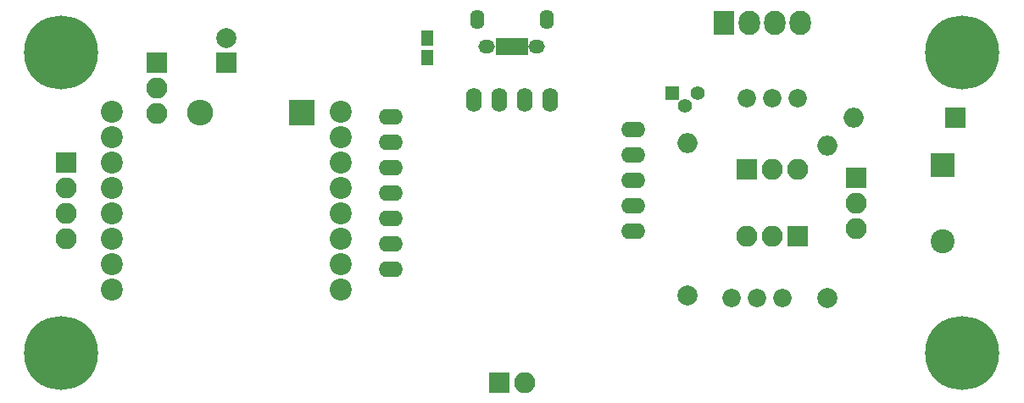
<source format=gts>
G04 #@! TF.FileFunction,Soldermask,Top*
%FSLAX46Y46*%
G04 Gerber Fmt 4.6, Leading zero omitted, Abs format (unit mm)*
G04 Created by KiCad (PCBNEW 4.0.7) date 08/13/18 20:02:33*
%MOMM*%
%LPD*%
G01*
G04 APERTURE LIST*
%ADD10C,0.100000*%
%ADD11R,2.400000X2.400000*%
%ADD12C,2.400000*%
%ADD13R,1.150000X1.600000*%
%ADD14R,2.000000X2.000000*%
%ADD15C,2.000000*%
%ADD16O,2.000000X2.000000*%
%ADD17C,7.400000*%
%ADD18R,0.800000X1.750000*%
%ADD19O,1.650000X1.350000*%
%ADD20O,1.400000X1.950000*%
%ADD21R,2.100000X2.100000*%
%ADD22O,2.100000X2.100000*%
%ADD23C,1.400000*%
%ADD24R,1.400000X1.400000*%
%ADD25C,1.840000*%
%ADD26R,2.127200X2.432000*%
%ADD27O,2.127200X2.432000*%
%ADD28C,2.200000*%
%ADD29O,2.400000X1.600000*%
%ADD30O,1.600000X2.400000*%
%ADD31R,2.600000X2.600000*%
%ADD32O,2.600000X2.600000*%
G04 APERTURE END LIST*
D10*
D11*
X93000000Y-16250000D03*
D12*
X93000000Y-23850000D03*
D13*
X41500000Y-5450000D03*
X41500000Y-3550000D03*
D14*
X21500000Y-6000000D03*
D15*
X21500000Y-3500000D03*
D14*
X94250000Y-11500000D03*
D16*
X84090000Y-11500000D03*
D17*
X5000000Y-5000000D03*
X5000000Y-35000000D03*
X95000000Y-5000000D03*
X95000000Y-35000000D03*
D18*
X51300000Y-4350000D03*
X50650000Y-4350000D03*
X50000000Y-4350000D03*
X49350000Y-4350000D03*
X48700000Y-4350000D03*
D19*
X52500000Y-4350000D03*
X47500000Y-4350000D03*
D20*
X53500000Y-1650000D03*
X46500000Y-1650000D03*
D21*
X14500000Y-6000000D03*
D22*
X14500000Y-8540000D03*
X14500000Y-11080000D03*
D23*
X67270000Y-10270000D03*
X68540000Y-9000000D03*
D24*
X66000000Y-9000000D03*
D21*
X48750000Y-38000000D03*
D22*
X51290000Y-38000000D03*
D15*
X67500000Y-29250000D03*
D16*
X67500000Y-14010000D03*
D15*
X81500000Y-29500000D03*
D16*
X81500000Y-14260000D03*
D25*
X78500000Y-9500000D03*
X75960000Y-9500000D03*
X73420000Y-9500000D03*
X77000000Y-29500000D03*
X74460000Y-29500000D03*
X71920000Y-29500000D03*
D26*
X71190000Y-2000000D03*
D27*
X73730000Y-2000000D03*
X76270000Y-2000000D03*
X78810000Y-2000000D03*
D21*
X5500000Y-16000000D03*
D22*
X5500000Y-18540000D03*
X5500000Y-21080000D03*
X5500000Y-23620000D03*
D21*
X84364000Y-17460000D03*
D22*
X84364000Y-20000000D03*
X84364000Y-22540000D03*
D21*
X73460000Y-16636000D03*
D22*
X76000000Y-16636000D03*
X78540000Y-16636000D03*
D21*
X78540000Y-23364000D03*
D22*
X76000000Y-23364000D03*
X73460000Y-23364000D03*
D28*
X32930000Y-28660000D03*
X32930000Y-26120000D03*
X32930000Y-23580000D03*
X32930000Y-21040000D03*
X32930000Y-18500000D03*
X32930000Y-15960000D03*
X32930000Y-13420000D03*
X32930000Y-10880000D03*
X10070000Y-10880000D03*
X10070000Y-13420000D03*
X10070000Y-15960000D03*
X10070000Y-18500000D03*
X10070000Y-21040000D03*
X10070000Y-23580000D03*
X10070000Y-26120000D03*
X10070000Y-28660000D03*
D29*
X37866000Y-11380000D03*
X37866000Y-13920000D03*
X62134000Y-12650000D03*
X37866000Y-16460000D03*
X62134000Y-15190000D03*
X37866000Y-19000000D03*
X62134000Y-17730000D03*
X37866000Y-21540000D03*
X62134000Y-20270000D03*
X37866000Y-24080000D03*
X62134000Y-22810000D03*
X37866000Y-26620000D03*
D30*
X46190000Y-9713000D03*
X48730000Y-9713000D03*
X51270000Y-9713000D03*
X53810000Y-9713000D03*
D31*
X29000000Y-11000000D03*
D32*
X18840000Y-11000000D03*
M02*

</source>
